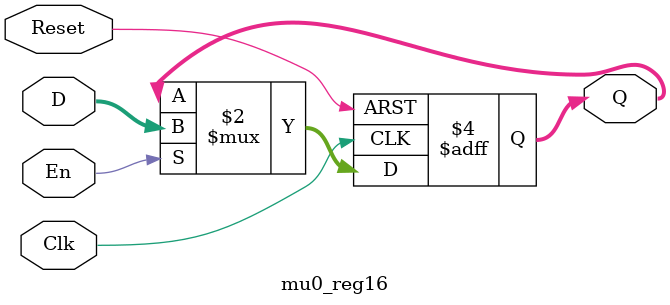
<source format=v>

`timescale 1ns/100ps

// for simulation purposes, do not delete
`default_nettype none

// module header

module mu0_reg16(input  wire        Clk, 
	             input  wire        Reset,     
			     input  wire        En, 
			     input  wire [15:0] D, 
			     output reg  [15:0] Q);

// behavioural code - clock driven
always @(posedge Clk, posedge Reset)
    if (Reset)
        Q <= 0;
    else if (En)
        Q <= D;

endmodule 

// for simulation purposes, do not delete
`default_nettype wire

</source>
